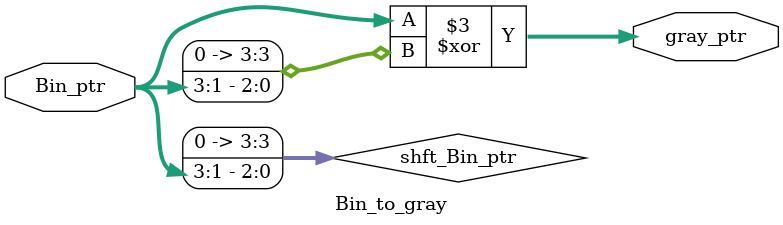
<source format=v>
module Bin_to_gray (
    input wire [3:0] Bin_ptr,
    output reg [3:0] gray_ptr
);

reg [3:0] shft_Bin_ptr;

always @(*) 
    begin
        shft_Bin_ptr=Bin_ptr>>1;
        gray_ptr=Bin_ptr ^ shft_Bin_ptr;
    end

endmodule
</source>
